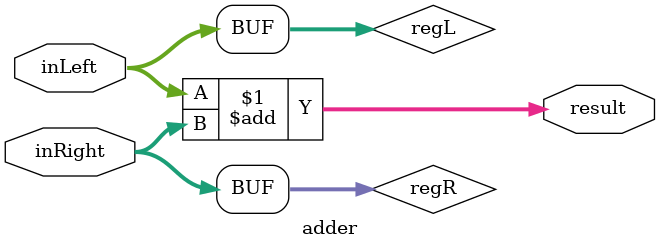
<source format=v>
`timescale 1ns / 1ps

module adder(input [3:0] inLeft, input [3:0] inRight, output [4:0] result);
    reg [3:0] regL;
    reg [3:0] regR;
    reg [4:0] regResult;

    assign result = inLeft + inRight;

    initial begin
        regL <= inLeft;
        regR <= inRight;
    end

endmodule

</source>
